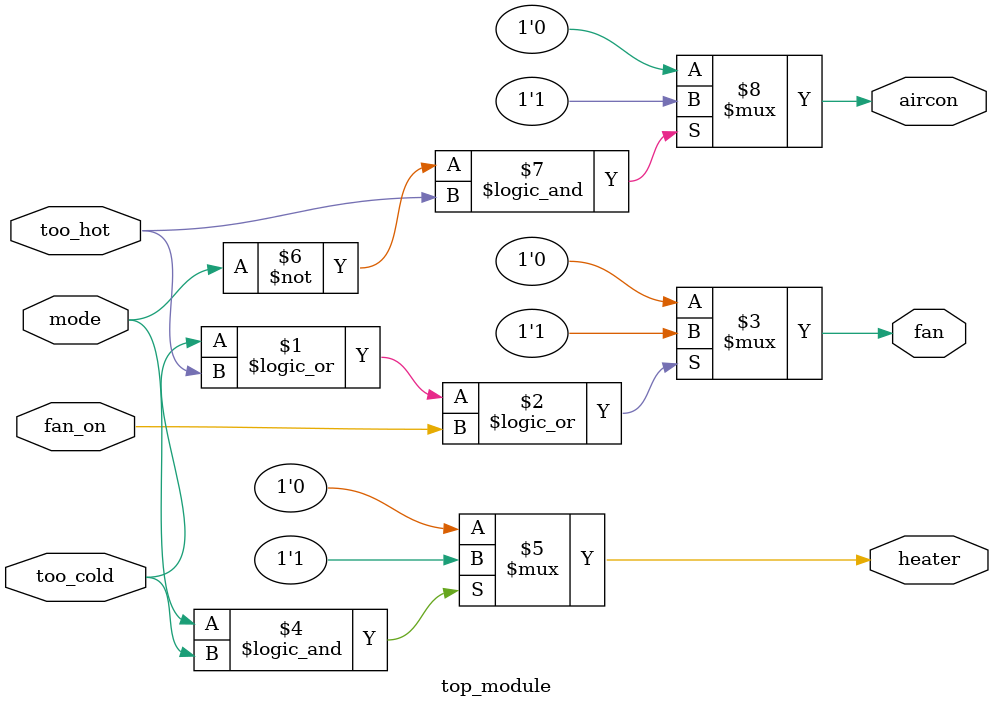
<source format=sv>
module top_module (
   input mode,
   input too_cold,
   input too_hot,
   input fan_on,
   output heater,
   output aircon,
   output fan
);

   // Fan control
   assign fan = (too_cold || too_hot || fan_on) ? 1'b1 : 1'b0;

   // Heater control
   assign heater = (mode && too_cold) ? 1'b1 : 1'b0;

   // Air conditioner control
   assign aircon = (~mode && too_hot) ? 1'b1 : 1'b0;

endmodule

</source>
